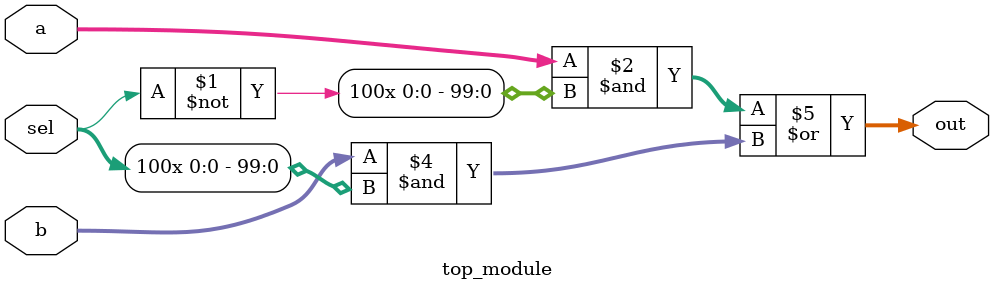
<source format=v>
module top_module( 
    input [99:0] a, b,
    input sel,
    output [99:0] out );

assign out = (a & {100{sel == 1'b0}})
           | (b & {100{sel == 1'b1}});

endmodule

</source>
